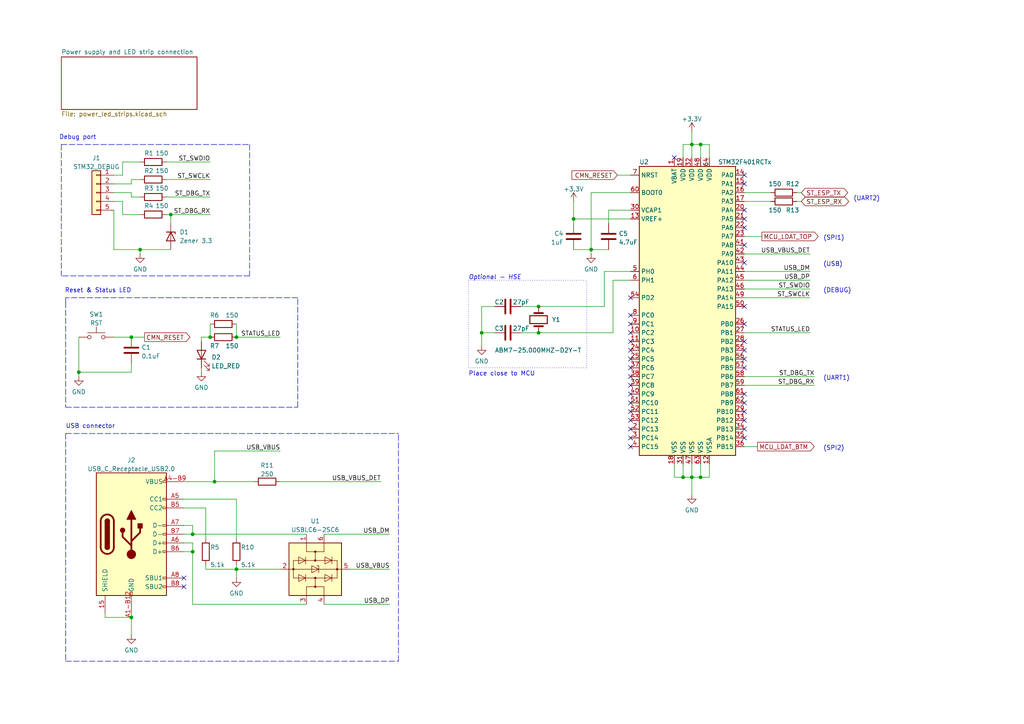
<source format=kicad_sch>
(kicad_sch (version 20211123) (generator eeschema)
  (paper "A4")
  (title_block (title "MegaLeaf Controller") (date "2022-08-24") (rev "1.2") (comment 4 "STM32 and USB port"))
  (lib_symbols
    (symbol "Connector:USB_C_Receptacle_USB2.0" (pin_names (offset 1.016))
      (property "Reference" "J2" (at 0 21.4798 0))
      (property "Value" "USB_C_Receptacle_USB2.0" (at 0 18.9429 0))
      (symbol "USB_C_Receptacle_USB2.0_0_0"
        (rectangle (start -0.254 -17.78) (end 0.254 -16.764))
        (rectangle (start 10.16 -14.986) (end 9.144 -15.494))
        (rectangle (start 10.16 -12.446) (end 9.144 -12.954))
        (rectangle (start 10.16 -4.826) (end 9.144 -5.334))
        (rectangle (start 10.16 -2.286) (end 9.144 -2.794))
        (rectangle (start 10.16 0.254) (end 9.144 -0.254))
        (rectangle (start 10.16 2.794) (end 9.144 2.286))
        (rectangle (start 10.16 7.874) (end 9.144 7.366))
        (rectangle (start 10.16 10.414) (end 9.144 9.906))
        (rectangle (start 10.16 15.494) (end 9.144 14.986))
      )
      (symbol "USB_C_Receptacle_USB2.0_0_1"
        (rectangle (start -10.16 17.78) (end 10.16 -17.78) (stroke (width 0.254)) (fill (type background)))
        (arc (start -8.89 -3.81) (mid -6.985 -5.715) (end -5.08 -3.81) (stroke (width 0.508)))
        (arc (start -7.62 -3.81) (mid -6.985 -4.445) (end -6.35 -3.81) (stroke (width 0.254)))
        (arc (start -7.62 -3.81) (mid -6.985 -4.445) (end -6.35 -3.81) (stroke (width 0.254)) (fill (type outline)))
        (rectangle (start -7.62 -3.81) (end -6.35 3.81) (stroke (width 0.254)) (fill (type outline)))
        (arc (start -6.35 3.81) (mid -6.985 4.445) (end -7.62 3.81) (stroke (width 0.254)))
        (arc (start -6.35 3.81) (mid -6.985 4.445) (end -7.62 3.81) (stroke (width 0.254)) (fill (type outline)))
        (arc (start -5.08 3.81) (mid -6.985 5.715) (end -8.89 3.81) (stroke (width 0.508)))
        (circle (center -2.54 1.143) (radius 0.635) (stroke (width 0.254)) (fill (type outline)))
        (circle (center 0 -5.842) (radius 1.27) (fill (type outline)))
        (polyline (pts (xy -8.89 -3.81) (xy -8.89 3.81)) (stroke (width 0.508)))
        (polyline (pts (xy -5.08 3.81) (xy -5.08 -3.81)) (stroke (width 0.508)))
        (polyline (pts (xy 0 -5.842) (xy 0 4.318)) (stroke (width 0.508)))
        (polyline (pts (xy 0 -3.302) (xy -2.54 -0.762) (xy -2.54 0.508)) (stroke (width 0.508)))
        (polyline (pts (xy 0 -2.032) (xy 2.54 0.508) (xy 2.54 1.778)) (stroke (width 0.508)))
        (polyline (pts (xy -1.27 4.318) (xy 0 6.858) (xy 1.27 4.318) (xy -1.27 4.318)) (stroke (width 0.254)) (fill (type outline)))
        (rectangle (start 1.905 1.778) (end 3.175 3.048) (stroke (width 0.254)) (fill (type outline)))
      )
      (symbol "USB_C_Receptacle_USB2.0_1_1"
        (pin passive line (at -7.62 -22.86 90) (length 5.08) (name "SHIELD") (number "15"))
        (pin passive line (at -7.62 -22.86 90) (length 5.08) hide (name "SHIELD") (number "16"))
        (pin passive line (at -7.62 -22.86 90) (length 5.08) hide (name "SHIELD") (number "17"))
        (pin passive line (at -7.62 -22.86 90) (length 5.08) hide (name "SHIELD") (number "18"))
        (pin passive line (at 0 -22.86 90) (length 5.08) (name "GND") (number "A1-B12"))
        (pin passive line (at 0 -22.86 90) (length 5.08) hide (name "GND") (number "A12-B1"))
        (pin passive line (at 15.24 15.24 180) (length 5.08) (name "VBUS") (number "A4-B9"))
        (pin bidirectional line (at 15.24 10.16 180) (length 5.08) (name "CC1") (number "A5"))
        (pin bidirectional line (at 15.24 -2.54 180) (length 5.08) (name "D+") (number "A6"))
        (pin bidirectional line (at 15.24 2.54 180) (length 5.08) (name "D-") (number "A7"))
        (pin bidirectional line (at 15.24 -12.7 180) (length 5.08) (name "SBU1") (number "A8"))
        (pin passive line (at 15.24 15.24 180) (length 5.08) hide (name "VBUS") (number "A9-B4"))
        (pin bidirectional line (at 15.24 7.62 180) (length 5.08) (name "CC2") (number "B5"))
        (pin bidirectional line (at 15.24 -5.08 180) (length 5.08) (name "D+") (number "B6"))
        (pin bidirectional line (at 15.24 0 180) (length 5.08) (name "D-") (number "B7"))
        (pin bidirectional line (at 15.24 -15.24 180) (length 5.08) (name "SBU2") (number "B8"))
      )
    )
    (symbol "Connector_Generic:Conn_01x05" (pin_names (offset 1.016) hide)
      (property "Reference" "J" (at 0 7.62 0))
      (property "Value" "Conn_01x05" (at 0 -7.62 0))
      (symbol "Conn_01x05_1_1"
        (rectangle (start -1.27 -4.953) (end 0 -5.207) (stroke (width 0.1524)))
        (rectangle (start -1.27 -2.413) (end 0 -2.667) (stroke (width 0.1524)))
        (rectangle (start -1.27 0.127) (end 0 -0.127) (stroke (width 0.1524)))
        (rectangle (start -1.27 2.667) (end 0 2.413) (stroke (width 0.1524)))
        (rectangle (start -1.27 5.207) (end 0 4.953) (stroke (width 0.1524)))
        (rectangle (start -1.27 6.35) (end 1.27 -6.35) (stroke (width 0.254)) (fill (type background)))
        (pin passive line (at -5.08 5.08 0) (length 3.81) (name "Pin_1") (number "1"))
        (pin passive line (at -5.08 2.54 0) (length 3.81) (name "Pin_2") (number "2"))
        (pin passive line (at -5.08 0 0) (length 3.81) (name "Pin_3") (number "3"))
        (pin passive line (at -5.08 -2.54 0) (length 3.81) (name "Pin_4") (number "4"))
        (pin passive line (at -5.08 -5.08 0) (length 3.81) (name "Pin_5") (number "5"))
      )
    )
    (symbol "Device:C" (pin_numbers hide) (pin_names (offset 0.254))
      (property "Reference" "C" (at 0.635 2.54 0))
      (property "Value" "C" (at 0.635 -2.54 0))
      (symbol "C_0_1"
        (polyline (pts (xy -2.032 -0.762) (xy 2.032 -0.762)) (stroke (width 0.508)))
        (polyline (pts (xy -2.032 0.762) (xy 2.032 0.762)) (stroke (width 0.508)))
      )
      (symbol "C_1_1"
        (pin passive line (at 0 3.81 270) (length 2.794) (name "~") (number "1"))
        (pin passive line (at 0 -3.81 90) (length 2.794) (name "~") (number "2"))
      )
    )
    (symbol "Device:Crystal" (pin_numbers hide) (pin_names (offset 1.016) hide)
      (property "Reference" "Y" (at 0 3.81 0))
      (property "Value" "Crystal" (at 0 -3.81 0))
      (symbol "Crystal_0_1"
        (rectangle (start -1.143 2.54) (end 1.143 -2.54) (stroke (width 0.3048)))
        (polyline (pts (xy -2.54 0) (xy -1.905 0)))
        (polyline (pts (xy -1.905 -1.27) (xy -1.905 1.27)) (stroke (width 0.508)))
        (polyline (pts (xy 1.905 -1.27) (xy 1.905 1.27)) (stroke (width 0.508)))
        (polyline (pts (xy 2.54 0) (xy 1.905 0)))
      )
      (symbol "Crystal_1_1"
        (pin passive line (at -3.81 0 0) (length 1.27) (name "1") (number "1"))
        (pin passive line (at 3.81 0 180) (length 1.27) (name "2") (number "2"))
      )
    )
    (symbol "Device:LED" (pin_numbers hide) (pin_names (offset 1.016) hide)
      (property "Reference" "D" (at 0 2.54 0))
      (property "Value" "LED" (at 0 -2.54 0))
      (symbol "LED_0_1"
        (polyline (pts (xy -1.27 -1.27) (xy -1.27 1.27)) (stroke (width 0.254)))
        (polyline (pts (xy -1.27 0) (xy 1.27 0)))
        (polyline (pts (xy 1.27 -1.27) (xy 1.27 1.27) (xy -1.27 0) (xy 1.27 -1.27)) (stroke (width 0.254)))
        (polyline (pts (xy -3.048 -0.762) (xy -4.572 -2.286) (xy -3.81 -2.286) (xy -4.572 -2.286) (xy -4.572 -1.524)))
        (polyline (pts (xy -1.778 -0.762) (xy -3.302 -2.286) (xy -2.54 -2.286) (xy -3.302 -2.286) (xy -3.302 -1.524)))
      )
      (symbol "LED_1_1"
        (pin passive line (at -3.81 0 0) (length 2.54) (name "K") (number "1"))
        (pin passive line (at 3.81 0 180) (length 2.54) (name "A") (number "2"))
      )
    )
    (symbol "Device:R" (pin_numbers hide) (pin_names (offset 0))
      (property "Reference" "R" (at 2.032 0 90))
      (property "Value" "R" (at 0 0 90))
      (symbol "R_0_1"
        (rectangle (start -1.016 -2.54) (end 1.016 2.54) (stroke (width 0.254)))
      )
      (symbol "R_1_1"
        (pin passive line (at 0 3.81 270) (length 1.27) (name "~") (number "1"))
        (pin passive line (at 0 -3.81 90) (length 1.27) (name "~") (number "2"))
      )
    )
    (symbol "Diode:DZ2S033X0L" (pin_numbers hide) (pin_names hide)
      (property "Reference" "D" (at 0 2.54 0))
      (property "Value" "DZ2S033X0L" (at 0 -2.54 0))
      (symbol "DZ2S033X0L_0_1"
        (polyline (pts (xy 1.27 0) (xy -1.27 0)))
        (polyline (pts (xy -1.27 -1.27) (xy -1.27 1.27) (xy -0.762 1.27)) (stroke (width 0.254)))
        (polyline (pts (xy 1.27 -1.27) (xy 1.27 1.27) (xy -1.27 0) (xy 1.27 -1.27)) (stroke (width 0.254)))
      )
      (symbol "DZ2S033X0L_1_1"
        (pin passive line (at -3.81 0 0) (length 2.54) (name "K") (number "1"))
        (pin passive line (at 3.81 0 180) (length 2.54) (name "A") (number "2"))
      )
    )
    (symbol "MCU_ST_STM32F4:STM32F401RCTx"
      (property "Reference" "U" (at -15.24 41.91 0))
      (property "Value" "STM32F401RCTx" (at 7.62 41.91 0))
      (symbol "STM32F401RCTx_0_1"
        (rectangle (start -15.24 -43.18) (end 12.7 40.64) (stroke (width 0.254)) (fill (type background)))
      )
      (symbol "STM32F401RCTx_1_1"
        (pin power_in line (at -5.08 43.18 270) (length 2.54) (name "VBAT") (number "1"))
        (pin bidirectional line (at -17.78 -7.62 0) (length 2.54) (name "PC2") (number "10"))
        (pin bidirectional line (at -17.78 -10.16 0) (length 2.54) (name "PC3") (number "11"))
        (pin power_in line (at 5.08 -45.72 90) (length 2.54) (name "VSSA") (number "12"))
        (pin power_in line (at -17.78 25.4 0) (length 2.54) (name "VREF+") (number "13"))
        (pin bidirectional line (at 15.24 38.1 180) (length 2.54) (name "PA0") (number "14"))
        (pin bidirectional line (at 15.24 35.56 180) (length 2.54) (name "PA1") (number "15"))
        (pin bidirectional line (at 15.24 33.02 180) (length 2.54) (name "PA2") (number "16"))
        (pin bidirectional line (at 15.24 30.48 180) (length 2.54) (name "PA3") (number "17"))
        (pin power_in line (at -5.08 -45.72 90) (length 2.54) (name "VSS") (number "18"))
        (pin power_in line (at -2.54 43.18 270) (length 2.54) (name "VDD") (number "19"))
        (pin bidirectional line (at -17.78 -35.56 0) (length 2.54) (name "PC13") (number "2"))
        (pin bidirectional line (at 15.24 27.94 180) (length 2.54) (name "PA4") (number "20"))
        (pin bidirectional line (at 15.24 25.4 180) (length 2.54) (name "PA5") (number "21"))
        (pin bidirectional line (at 15.24 22.86 180) (length 2.54) (name "PA6") (number "22"))
        (pin bidirectional line (at 15.24 20.32 180) (length 2.54) (name "PA7") (number "23"))
        (pin bidirectional line (at -17.78 -12.7 0) (length 2.54) (name "PC4") (number "24"))
        (pin bidirectional line (at -17.78 -15.24 0) (length 2.54) (name "PC5") (number "25"))
        (pin bidirectional line (at 15.24 -5.08 180) (length 2.54) (name "PB0") (number "26"))
        (pin bidirectional line (at 15.24 -7.62 180) (length 2.54) (name "PB1") (number "27"))
        (pin bidirectional line (at 15.24 -10.16 180) (length 2.54) (name "PB2") (number "28"))
        (pin bidirectional line (at 15.24 -30.48 180) (length 2.54) (name "PB10") (number "29"))
        (pin bidirectional line (at -17.78 -38.1 0) (length 2.54) (name "PC14") (number "3"))
        (pin power_in line (at -17.78 27.94 0) (length 2.54) (name "VCAP1") (number "30"))
        (pin power_in line (at -2.54 -45.72 90) (length 2.54) (name "VSS") (number "31"))
        (pin power_in line (at 0 43.18 270) (length 2.54) (name "VDD") (number "32"))
        (pin bidirectional line (at 15.24 -33.02 180) (length 2.54) (name "PB12") (number "33"))
        (pin bidirectional line (at 15.24 -35.56 180) (length 2.54) (name "PB13") (number "34"))
        (pin bidirectional line (at 15.24 -38.1 180) (length 2.54) (name "PB14") (number "35"))
        (pin bidirectional line (at 15.24 -40.64 180) (length 2.54) (name "PB15") (number "36"))
        (pin bidirectional line (at -17.78 -17.78 0) (length 2.54) (name "PC6") (number "37"))
        (pin bidirectional line (at -17.78 -20.32 0) (length 2.54) (name "PC7") (number "38"))
        (pin bidirectional line (at -17.78 -22.86 0) (length 2.54) (name "PC8") (number "39"))
        (pin bidirectional line (at -17.78 -40.64 0) (length 2.54) (name "PC15") (number "4"))
        (pin bidirectional line (at -17.78 -25.4 0) (length 2.54) (name "PC9") (number "40"))
        (pin bidirectional line (at 15.24 17.78 180) (length 2.54) (name "PA8") (number "41"))
        (pin bidirectional line (at 15.24 15.24 180) (length 2.54) (name "PA9") (number "42"))
        (pin bidirectional line (at 15.24 12.7 180) (length 2.54) (name "PA10") (number "43"))
        (pin bidirectional line (at 15.24 10.16 180) (length 2.54) (name "PA11") (number "44"))
        (pin bidirectional line (at 15.24 7.62 180) (length 2.54) (name "PA12") (number "45"))
        (pin bidirectional line (at 15.24 5.08 180) (length 2.54) (name "PA13") (number "46"))
        (pin power_in line (at 0 -45.72 90) (length 2.54) (name "VSS") (number "47"))
        (pin power_in line (at 2.54 43.18 270) (length 2.54) (name "VDD") (number "48"))
        (pin bidirectional line (at 15.24 2.54 180) (length 2.54) (name "PA14") (number "49"))
        (pin input line (at -17.78 10.16 0) (length 2.54) (name "PH0") (number "5"))
        (pin bidirectional line (at 15.24 0 180) (length 2.54) (name "PA15") (number "50"))
        (pin bidirectional line (at -17.78 -27.94 0) (length 2.54) (name "PC10") (number "51"))
        (pin bidirectional line (at -17.78 -30.48 0) (length 2.54) (name "PC11") (number "52"))
        (pin bidirectional line (at -17.78 -33.02 0) (length 2.54) (name "PC12") (number "53"))
        (pin bidirectional line (at -17.78 2.54 0) (length 2.54) (name "PD2") (number "54"))
        (pin bidirectional line (at 15.24 -12.7 180) (length 2.54) (name "PB3") (number "55"))
        (pin bidirectional line (at 15.24 -15.24 180) (length 2.54) (name "PB4") (number "56"))
        (pin bidirectional line (at 15.24 -17.78 180) (length 2.54) (name "PB5") (number "57"))
        (pin bidirectional line (at 15.24 -20.32 180) (length 2.54) (name "PB6") (number "58"))
        (pin bidirectional line (at 15.24 -22.86 180) (length 2.54) (name "PB7") (number "59"))
        (pin input line (at -17.78 7.62 0) (length 2.54) (name "PH1") (number "6"))
        (pin input line (at -17.78 33.02 0) (length 2.54) (name "BOOT0") (number "60"))
        (pin bidirectional line (at 15.24 -25.4 180) (length 2.54) (name "PB8") (number "61"))
        (pin bidirectional line (at 15.24 -27.94 180) (length 2.54) (name "PB9") (number "62"))
        (pin power_in line (at 2.54 -45.72 90) (length 2.54) (name "VSS") (number "63"))
        (pin power_in line (at 5.08 43.18 270) (length 2.54) (name "VDD") (number "64"))
        (pin input line (at -17.78 38.1 0) (length 2.54) (name "NRST") (number "7"))
        (pin bidirectional line (at -17.78 -2.54 0) (length 2.54) (name "PC0") (number "8"))
        (pin bidirectional line (at -17.78 -5.08 0) (length 2.54) (name "PC1") (number "9"))
      )
    )
    (symbol "Power_Protection:USBLC6-2SC6" (pin_names hide)
      (property "Reference" "U" (at 2.54 8.89 0))
      (property "Value" "USBLC6-2SC6" (at 2.54 -8.89 0))
      (symbol "USBLC6-2SC6_0_1"
        (rectangle (start -7.62 -7.62) (end 7.62 7.62) (stroke (width 0.254)) (fill (type background)))
        (circle (center -5.08 0) (radius 0.254) (fill (type outline)))
        (circle (center -2.54 0) (radius 0.254) (fill (type outline)))
        (rectangle (start -2.54 6.35) (end 2.54 -6.35))
        (circle (center 0 -6.35) (radius 0.254) (fill (type outline)))
        (polyline (pts (xy -5.08 -2.54) (xy -7.62 -2.54)))
        (polyline (pts (xy -5.08 0) (xy -5.08 -2.54)))
        (polyline (pts (xy -5.08 2.54) (xy -7.62 2.54)))
        (polyline (pts (xy -1.524 -2.794) (xy -3.556 -2.794)))
        (polyline (pts (xy -1.524 4.826) (xy -3.556 4.826)))
        (polyline (pts (xy 0 -7.62) (xy 0 -6.35)))
        (polyline (pts (xy 0 -6.35) (xy 0 1.27)))
        (polyline (pts (xy 0 1.27) (xy 0 6.35)))
        (polyline (pts (xy 0 6.35) (xy 0 7.62)))
        (polyline (pts (xy 1.524 -2.794) (xy 3.556 -2.794)))
        (polyline (pts (xy 1.524 4.826) (xy 3.556 4.826)))
        (polyline (pts (xy 5.08 -2.54) (xy 7.62 -2.54)))
        (polyline (pts (xy 5.08 0) (xy 5.08 -2.54)))
        (polyline (pts (xy 5.08 2.54) (xy 7.62 2.54)))
        (polyline (pts (xy -2.54 0) (xy -5.08 0) (xy -5.08 2.54)))
        (polyline (pts (xy 2.54 0) (xy 5.08 0) (xy 5.08 2.54)))
        (polyline (pts (xy -3.556 -4.826) (xy -1.524 -4.826) (xy -2.54 -2.794) (xy -3.556 -4.826)))
        (polyline (pts (xy -3.556 2.794) (xy -1.524 2.794) (xy -2.54 4.826) (xy -3.556 2.794)))
        (polyline (pts (xy -1.016 -1.016) (xy 1.016 -1.016) (xy 0 1.016) (xy -1.016 -1.016)))
        (polyline (pts (xy 1.016 1.016) (xy 0.762 1.016) (xy -1.016 1.016) (xy -1.016 0.508)))
        (polyline (pts (xy 3.556 -4.826) (xy 1.524 -4.826) (xy 2.54 -2.794) (xy 3.556 -4.826)))
        (polyline (pts (xy 3.556 2.794) (xy 1.524 2.794) (xy 2.54 4.826) (xy 3.556 2.794)))
        (circle (center 0 6.35) (radius 0.254) (fill (type outline)))
        (circle (center 2.54 0) (radius 0.254) (fill (type outline)))
        (circle (center 5.08 0) (radius 0.254) (fill (type outline)))
      )
      (symbol "USBLC6-2SC6_1_1"
        (pin passive line (at -10.16 -2.54 0) (length 2.54) (name "I/O1") (number "1"))
        (pin passive line (at 0 -10.16 90) (length 2.54) (name "GND") (number "2"))
        (pin passive line (at 10.16 -2.54 180) (length 2.54) (name "I/O2") (number "3"))
        (pin passive line (at 10.16 2.54 180) (length 2.54) (name "I/O2") (number "4"))
        (pin passive line (at 0 10.16 270) (length 2.54) (name "VBUS") (number "5"))
        (pin passive line (at -10.16 2.54 0) (length 2.54) (name "I/O1") (number "6"))
      )
    )
    (symbol "Switch:SW_Push" (pin_numbers hide) (pin_names (offset 1.016) hide)
      (property "Reference" "SW" (at 1.27 2.54 0))
      (property "Value" "SW_Push" (at 0 -1.524 0))
      (symbol "SW_Push_0_1"
        (circle (center -2.032 0) (radius 0.508))
        (polyline (pts (xy 0 1.27) (xy 0 3.048)))
        (polyline (pts (xy 2.54 1.27) (xy -2.54 1.27)))
        (circle (center 2.032 0) (radius 0.508))
        (pin passive line (at -5.08 0 0) (length 2.54) (name "1") (number "1"))
        (pin passive line (at 5.08 0 180) (length 2.54) (name "2") (number "2"))
      )
    )
    (symbol "power:+3.3V" (power) (pin_names (offset 0))
      (property "Value" "+3.3V" (at 0 3.556 0))
      (symbol "+3.3V_0_1"
        (polyline (pts (xy -0.762 1.27) (xy 0 2.54)))
        (polyline (pts (xy 0 0) (xy 0 2.54)))
        (polyline (pts (xy 0 2.54) (xy 0.762 1.27)))
      )
      (symbol "+3.3V_1_1"
        (pin power_in line (at 0 0 90) (length 0) hide (name "+3.3V") (number "1"))
      )
    )
    (symbol "power:GND" (power) (pin_names (offset 0))
      (property "Value" "GND" (at 0 -3.81 0))
      (symbol "GND_0_1"
        (polyline (pts (xy 0 0) (xy 0 -1.27) (xy 1.27 -1.27) (xy 0 -2.54) (xy -1.27 -1.27) (xy 0 -1.27)))
      )
      (symbol "GND_1_1"
        (pin power_in line (at 0 0 270) (length 0) hide (name "GND") (number "1"))
      )
    )
  )
  (junction (at 200.66 41.91))
  (junction (at 68.58 97.79))
  (junction (at 38.1 97.79))
  (junction (at 68.58 165.1))
  (junction (at 55.88 160.02))
  (junction (at 171.45 72.39))
  (junction (at 203.2 41.91))
  (junction (at 22.86 107.95))
  (junction (at 166.37 63.5))
  (junction (at 38.1 179.07))
  (junction (at 62.23 139.7))
  (junction (at 55.88 154.94))
  (junction (at 156.21 88.9))
  (junction (at 200.66 138.43))
  (junction (at 156.21 96.52))
  (junction (at 139.7 96.52))
  (junction (at 60.96 97.79))
  (junction (at 198.12 138.43))
  (junction (at 203.2 138.43))
  (junction (at 49.53 62.23))
  (junction (at 40.64 72.39))
  (no_connect (at 215.9 88.9))
  (no_connect (at 215.9 60.96))
  (no_connect (at 215.9 50.8))
  (no_connect (at 215.9 53.34))
  (no_connect (at 215.9 76.2))
  (no_connect (at 215.9 71.12))
  (no_connect (at 53.34 167.64))
  (no_connect (at 53.34 170.18))
  (no_connect (at 215.9 116.84))
  (no_connect (at 215.9 121.92))
  (no_connect (at 215.9 127))
  (no_connect (at 215.9 124.46))
  (no_connect (at 182.88 116.84))
  (no_connect (at 182.88 124.46))
  (no_connect (at 182.88 121.92))
  (no_connect (at 182.88 111.76))
  (no_connect (at 182.88 114.3))
  (no_connect (at 182.88 119.38))
  (no_connect (at 215.9 104.14))
  (no_connect (at 215.9 106.68))
  (no_connect (at 215.9 101.6))
  (no_connect (at 215.9 114.3))
  (no_connect (at 182.88 104.14))
  (no_connect (at 182.88 101.6))
  (no_connect (at 182.88 93.98))
  (no_connect (at 182.88 91.44))
  (no_connect (at 182.88 86.36))
  (no_connect (at 215.9 93.98))
  (no_connect (at 215.9 99.06))
  (no_connect (at 182.88 96.52))
  (no_connect (at 195.58 45.72))
  (no_connect (at 215.9 66.04))
  (no_connect (at 182.88 109.22))
  (no_connect (at 182.88 106.68))
  (no_connect (at 215.9 119.38))
  (no_connect (at 215.9 63.5))
  (no_connect (at 182.88 127))
  (no_connect (at 182.88 129.54))
  (no_connect (at 182.88 99.06))
  (wire (pts (xy 38.1 55.88) (xy 33.02 55.88)))
  (wire (pts (xy 38.1 105.41) (xy 38.1 107.95)))
  (wire (pts (xy 139.7 96.52) (xy 139.7 100.33)))
  (wire (pts (xy 58.42 106.68) (xy 58.42 107.95)))
  (polyline (pts (xy 135.89 81.28) (xy 135.89 106.68)) (stroke (width 0) (type dot)))
  (wire (pts (xy 62.23 130.81) (xy 81.28 130.81)))
  (wire (pts (xy 35.56 58.42) (xy 33.02 58.42)))
  (wire (pts (xy 93.98 154.94) (xy 113.03 154.94)))
  (polyline (pts (xy 115.57 191.77) (xy 115.57 125.73)))
  (wire (pts (xy 53.34 152.4) (xy 55.88 152.4)))
  (polyline (pts (xy 135.89 106.68) (xy 170.18 106.68)) (stroke (width 0) (type dot)))
  (polyline (pts (xy 135.89 81.28) (xy 170.18 81.28)) (stroke (width 0) (type dot)))
  (wire (pts (xy 215.9 129.54) (xy 219.71 129.54)))
  (wire (pts (xy 38.1 52.07) (xy 40.64 52.07)))
  (wire (pts (xy 200.66 138.43) (xy 200.66 143.51)))
  (wire (pts (xy 58.42 99.06) (xy 58.42 97.79)))
  (wire (pts (xy 200.66 41.91) (xy 200.66 38.1)))
  (wire (pts (xy 60.96 93.98) (xy 60.96 97.79)))
  (wire (pts (xy 38.1 53.34) (xy 38.1 52.07)))
  (wire (pts (xy 55.88 157.48) (xy 55.88 160.02)))
  (wire (pts (xy 30.48 179.07) (xy 38.1 179.07)))
  (wire (pts (xy 40.64 72.39) (xy 49.53 72.39)))
  (wire (pts (xy 215.9 68.58) (xy 220.98 68.58)))
  (wire (pts (xy 215.9 78.74) (xy 234.95 78.74)))
  (wire (pts (xy 101.6 165.1) (xy 113.03 165.1)))
  (wire (pts (xy 205.74 45.72) (xy 205.74 41.91)))
  (wire (pts (xy 38.1 177.8) (xy 38.1 179.07)))
  (wire (pts (xy 232.41 55.88) (xy 231.14 55.88)))
  (wire (pts (xy 215.9 73.66) (xy 234.95 73.66)))
  (wire (pts (xy 53.34 144.78) (xy 68.58 144.78)))
  (wire (pts (xy 22.86 97.79) (xy 22.86 107.95)))
  (polyline (pts (xy 86.36 118.11) (xy 86.36 86.36)))
  (wire (pts (xy 151.13 96.52) (xy 156.21 96.52)))
  (wire (pts (xy 171.45 55.88) (xy 171.45 72.39)))
  (wire (pts (xy 48.26 52.07) (xy 60.96 52.07)))
  (wire (pts (xy 33.02 72.39) (xy 40.64 72.39)))
  (wire (pts (xy 59.69 165.1) (xy 59.69 163.83)))
  (wire (pts (xy 182.88 60.96) (xy 176.53 60.96)))
  (wire (pts (xy 81.28 139.7) (xy 110.49 139.7)))
  (wire (pts (xy 182.88 55.88) (xy 171.45 55.88)))
  (wire (pts (xy 53.34 139.7) (xy 62.23 139.7)))
  (wire (pts (xy 38.1 107.95) (xy 22.86 107.95)))
  (wire (pts (xy 215.9 83.82) (xy 234.95 83.82)))
  (polyline (pts (xy 19.05 191.77) (xy 115.57 191.77)))
  (wire (pts (xy 156.21 96.52) (xy 177.8 96.52)))
  (wire (pts (xy 68.58 165.1) (xy 81.28 165.1)))
  (wire (pts (xy 33.02 53.34) (xy 38.1 53.34)))
  (wire (pts (xy 55.88 152.4) (xy 55.88 154.94)))
  (polyline (pts (xy 17.78 41.91) (xy 72.39 41.91)))
  (wire (pts (xy 38.1 57.15) (xy 38.1 55.88)))
  (wire (pts (xy 139.7 88.9) (xy 139.7 96.52)))
  (wire (pts (xy 62.23 139.7) (xy 73.66 139.7)))
  (wire (pts (xy 215.9 81.28) (xy 234.95 81.28)))
  (wire (pts (xy 200.66 41.91) (xy 200.66 45.72)))
  (wire (pts (xy 198.12 45.72) (xy 198.12 41.91)))
  (wire (pts (xy 33.02 97.79) (xy 38.1 97.79)))
  (wire (pts (xy 38.1 179.07) (xy 38.1 184.15)))
  (wire (pts (xy 177.8 81.28) (xy 182.88 81.28)))
  (wire (pts (xy 198.12 138.43) (xy 200.66 138.43)))
  (wire (pts (xy 48.26 62.23) (xy 49.53 62.23)))
  (wire (pts (xy 200.66 134.62) (xy 200.66 138.43)))
  (polyline (pts (xy 72.39 41.91) (xy 72.39 80.01)))
  (polyline (pts (xy 19.05 118.11) (xy 86.36 118.11)))
  (wire (pts (xy 139.7 96.52) (xy 143.51 96.52)))
  (wire (pts (xy 215.9 111.76) (xy 236.22 111.76)))
  (wire (pts (xy 203.2 41.91) (xy 203.2 45.72)))
  (wire (pts (xy 143.51 88.9) (xy 139.7 88.9)))
  (wire (pts (xy 215.9 58.42) (xy 223.52 58.42)))
  (wire (pts (xy 22.86 107.95) (xy 22.86 109.22)))
  (wire (pts (xy 55.88 154.94) (xy 88.9 154.94)))
  (wire (pts (xy 215.9 96.52) (xy 234.95 96.52)))
  (wire (pts (xy 35.56 62.23) (xy 40.64 62.23)))
  (wire (pts (xy 35.56 46.99) (xy 40.64 46.99)))
  (wire (pts (xy 35.56 62.23) (xy 35.56 58.42)))
  (wire (pts (xy 59.69 147.32) (xy 59.69 156.21)))
  (wire (pts (xy 215.9 109.22) (xy 236.22 109.22)))
  (wire (pts (xy 59.69 165.1) (xy 68.58 165.1)))
  (wire (pts (xy 35.56 50.8) (xy 35.56 46.99)))
  (polyline (pts (xy 86.36 86.36) (xy 19.05 86.36)))
  (wire (pts (xy 215.9 55.88) (xy 223.52 55.88)))
  (wire (pts (xy 203.2 138.43) (xy 200.66 138.43)))
  (wire (pts (xy 215.9 86.36) (xy 234.95 86.36)))
  (wire (pts (xy 58.42 97.79) (xy 60.96 97.79)))
  (wire (pts (xy 198.12 134.62) (xy 198.12 138.43)))
  (wire (pts (xy 203.2 134.62) (xy 203.2 138.43)))
  (wire (pts (xy 166.37 63.5) (xy 166.37 64.77)))
  (wire (pts (xy 38.1 97.79) (xy 41.91 97.79)))
  (polyline (pts (xy 19.05 86.36) (xy 19.05 87.63)))
  (wire (pts (xy 30.48 177.8) (xy 30.48 179.07)))
  (wire (pts (xy 53.34 157.48) (xy 55.88 157.48)))
  (polyline (pts (xy 72.39 80.01) (xy 17.78 80.01)))
  (wire (pts (xy 55.88 160.02) (xy 55.88 175.26)))
  (wire (pts (xy 205.74 138.43) (xy 203.2 138.43)))
  (polyline (pts (xy 19.05 87.63) (xy 19.05 118.11)))
  (wire (pts (xy 205.74 41.91) (xy 203.2 41.91)))
  (wire (pts (xy 68.58 144.78) (xy 68.58 156.21)))
  (wire (pts (xy 166.37 58.42) (xy 166.37 63.5)))
  (wire (pts (xy 203.2 41.91) (xy 200.66 41.91)))
  (wire (pts (xy 62.23 139.7) (xy 62.23 130.81)))
  (wire (pts (xy 33.02 60.96) (xy 33.02 72.39)))
  (wire (pts (xy 40.64 72.39) (xy 40.64 73.66)))
  (wire (pts (xy 53.34 160.02) (xy 55.88 160.02)))
  (wire (pts (xy 171.45 72.39) (xy 176.53 72.39)))
  (wire (pts (xy 68.58 165.1) (xy 68.58 167.64)))
  (wire (pts (xy 68.58 93.98) (xy 68.58 97.79)))
  (wire (pts (xy 49.53 62.23) (xy 49.53 64.77)))
  (wire (pts (xy 175.26 78.74) (xy 182.88 78.74)))
  (wire (pts (xy 175.26 88.9) (xy 175.26 78.74)))
  (wire (pts (xy 68.58 97.79) (xy 81.28 97.79)))
  (wire (pts (xy 151.13 88.9) (xy 156.21 88.9)))
  (wire (pts (xy 195.58 138.43) (xy 198.12 138.43)))
  (wire (pts (xy 177.8 96.52) (xy 177.8 81.28)))
  (wire (pts (xy 205.74 134.62) (xy 205.74 138.43)))
  (wire (pts (xy 156.21 88.9) (xy 175.26 88.9)))
  (wire (pts (xy 176.53 60.96) (xy 176.53 64.77)))
  (polyline (pts (xy 170.18 106.68) (xy 170.18 81.28)) (stroke (width 0) (type dot)))
  (wire (pts (xy 171.45 72.39) (xy 171.45 73.66)))
  (polyline (pts (xy 19.05 125.73) (xy 115.57 125.73)))
  (wire (pts (xy 232.41 58.42) (xy 231.14 58.42)))
  (wire (pts (xy 93.98 175.26) (xy 113.03 175.26)))
  (wire (pts (xy 48.26 57.15) (xy 60.96 57.15)))
  (wire (pts (xy 68.58 163.83) (xy 68.58 165.1)))
  (wire (pts (xy 38.1 57.15) (xy 40.64 57.15)))
  (wire (pts (xy 48.26 46.99) (xy 60.96 46.99)))
  (wire (pts (xy 33.02 50.8) (xy 35.56 50.8)))
  (wire (pts (xy 55.88 175.26) (xy 88.9 175.26)))
  (wire (pts (xy 166.37 63.5) (xy 182.88 63.5)))
  (wire (pts (xy 195.58 134.62) (xy 195.58 138.43)))
  (wire (pts (xy 166.37 72.39) (xy 171.45 72.39)))
  (wire (pts (xy 198.12 41.91) (xy 200.66 41.91)))
  (polyline (pts (xy 17.78 41.91) (xy 17.78 80.01)))
  (polyline (pts (xy 19.05 125.73) (xy 19.05 191.77)))
  (wire (pts (xy 53.34 147.32) (xy 59.69 147.32)))
  (wire (pts (xy 53.34 154.94) (xy 55.88 154.94)))
  (wire (pts (xy 49.53 62.23) (xy 60.96 62.23)))
  (wire (pts (xy 179.07 50.8) (xy 182.88 50.8)))
  (text "(UART2)" (at 255.27 58.42 180) (effects (font (size 1.27 1.27)) (justify right bottom)))
  (text "Optional - HSE" (at 135.89 81.28 0) (effects (font (size 1.27 1.27) italic) (justify left bottom)))
  (text "(SPI2)" (at 238.76 130.81 0) (effects (font (size 1.27 1.27)) (justify left bottom)))
  (text "Reset & Status LED" (at 38.1 85.09 180) (effects (font (size 1.27 1.27)) (justify right bottom)))
  (text "(UART1)" (at 238.76 110.49 0) (effects (font (size 1.27 1.27)) (justify left bottom)))
  (text "Debug port" (at 27.94 40.64 180) (effects (font (size 1.27 1.27)) (justify right bottom)))
  (text "(SPI1)" (at 238.76 69.85 0) (effects (font (size 1.27 1.27)) (justify left bottom)))
  (text "(USB)" (at 238.76 77.47 0) (effects (font (size 1.27 1.27)) (justify left bottom)))
  (text "(DEBUG)" (at 238.76 85.09 0) (effects (font (size 1.27 1.27)) (justify left bottom)))
  (text "Place close to MCU" (at 135.89 109.22 0) (effects (font (size 1.27 1.27)) (justify left bottom)))
  (text "USB connector" (at 19.05 124.46 0) (effects (font (size 1.27 1.27)) (justify left bottom)))
  (label "ST_DBG_RX" (at 236.22 111.76 180))
  (label "USB_VBUS_DET" (at 234.95 73.66 180))
  (label "STATUS_LED" (at 234.95 96.52 180))
  (label "ST_SWDIO" (at 234.95 83.82 180))
  (label "USB_DM" (at 113.03 154.94 180))
  (label "USB_VBUS" (at 113.03 165.1 180))
  (label "USB_DP" (at 234.95 81.28 180))
  (label "ST_SWDIO" (at 60.96 46.99 180))
  (label "ST_DBG_RX" (at 60.96 62.23 180))
  (label "USB_DP" (at 113.03 175.26 180))
  (label "ST_SWCLK" (at 234.95 86.36 180))
  (label "USB_VBUS" (at 81.28 130.81 180))
  (label "ST_DBG_TX" (at 60.96 57.15 180))
  (label "USB_VBUS_DET" (at 110.49 139.7 180))
  (label "STATUS_LED" (at 81.28 97.79 180))
  (label "ST_SWCLK" (at 60.96 52.07 180))
  (label "USB_DM" (at 234.95 78.74 180))
  (label "ST_DBG_TX" (at 236.22 109.22 180))
  (global_label "CMN_RESET" (shape input) (at 179.07 50.8 180) (property "Intersheet References" "${INTERSHEET_REFS}" (effects hide)))
  (global_label "ST_ESP_RX" (shape bidirectional) (at 232.41 58.42 0) (property "Intersheet References" "${INTERSHEET_REFS}" (effects hide)))
  (global_label "CMN_RESET" (shape output) (at 41.91 97.79 0) (property "Intersheet References" "${INTERSHEET_REFS}" (effects hide)))
  (global_label "ST_ESP_TX" (shape bidirectional) (at 232.41 55.88 0) (property "Intersheet References" "${INTERSHEET_REFS}" (effects hide)))
  (global_label "MCU_LDAT_TOP" (shape output) (at 220.98 68.58 0) (property "Intersheet References" "${INTERSHEET_REFS}" (effects hide)))
  (global_label "MCU_LDAT_BTM" (shape output) (at 219.71 129.54 0) (property "Intersheet References" "${INTERSHEET_REFS}" (effects hide)))
  (symbol (lib_id "Device:R") (at 227.33 58.42 270) (unit 1)
    (property "Reference" "R13" (at 229.87 60.96 90))
    (property "Value" "150" (at 224.79 60.96 90))
    (property "Footprint" "Resistor_SMD:R_0805_2012Metric_Pad1.20x1.40mm_HandSolder" (effects hide))
  )
  (symbol (lib_id "Device:R") (at 64.77 97.79 90) (unit 1)
    (property "Reference" "R7" (at 62.23 100.33 90))
    (property "Value" "150" (at 67.31 100.33 90))
    (property "Footprint" "Resistor_SMD:R_0805_2012Metric_Pad1.20x1.40mm_HandSolder" (effects hide))
  )
  (symbol (lib_id "power:GND") (at 40.64 73.66 0) (unit 1)
    (property "Reference" "#PWR03" (effects hide))
    (property "Value" "GND" (at 40.64 78.1034 0))
  )
  (symbol (lib_id "Device:R") (at 77.47 139.7 90) (unit 1)
    (property "Reference" "R11" (at 77.47 134.9842 90))
    (property "Value" "250" (at 77.47 137.5211 90))
    (property "Footprint" "Resistor_SMD:R_0805_2012Metric_Pad1.20x1.40mm_HandSolder" (effects hide))
  )
  (symbol (lib_id "Device:Crystal") (at 156.21 92.71 90) (unit 1)
    (property "Reference" "Y1" (at 160.02 92.71 90) (effects (justify right)))
    (property "Value" "ABM7-25.000MHZ-D2Y-T" (at 143.51 101.6 90) (effects (justify right)))
    (property "Footprint" "Crystal:Crystal_SMD_Abracon_ABM7-2Pin_6.0x3.5mm" (effects hide))
  )
  (symbol (lib_id "power:+3.3V") (at 200.66 38.1 0) (unit 1)
    (property "Reference" "#PWR09" (effects hide))
    (property "Value" "+3.3V" (at 200.66 34.5242 0))
  )
  (symbol (lib_id "power:GND") (at 22.86 109.22 0) (unit 1)
    (property "Reference" "#PWR01" (effects hide))
    (property "Value" "GND" (at 22.86 113.6634 0))
  )
  (symbol (lib_id "Device:R") (at 68.58 160.02 0) (unit 1)
    (property "Reference" "R10" (at 69.85 158.75 0) (effects (justify left)))
    (property "Value" "5.1k" (at 69.85 163.83 0) (effects (justify left)))
    (property "Footprint" "Resistor_SMD:R_0805_2012Metric_Pad1.20x1.40mm_HandSolder" (effects hide))
  )
  (symbol (lib_id "Switch:SW_Push") (at 27.94 97.79 0) (unit 1)
    (property "Reference" "SW1" (at 27.94 91.1692 0))
    (property "Value" "RST" (at 27.94 93.7061 0))
    (property "Footprint" "Button_Switch_SMD:SW_SPST_B3S-1000" (effects hide))
  )
  (symbol (lib_id "power:GND") (at 58.42 107.95 0) (unit 1)
    (property "Reference" "#PWR04" (effects hide))
    (property "Value" "GND" (at 58.42 112.3934 0))
  )
  (symbol (lib_id "Device:R") (at 44.45 57.15 90) (unit 1)
    (property "Reference" "R3" (at 43.18 54.61 90))
    (property "Value" "150" (at 46.99 54.61 90))
    (property "Footprint" "Resistor_SMD:R_0805_2012Metric_Pad1.20x1.40mm_HandSolder" (effects hide))
  )
  (symbol (lib_id "Device:LED") (at 58.42 102.87 90) (unit 1)
    (property "Reference" "D2" (at 61.341 103.6228 90) (effects (justify right)))
    (property "Value" "LED_RED" (at 61.341 106.1597 90) (effects (justify right)))
    (property "Footprint" "Diode_SMD:D_0805_2012Metric_Pad1.15x1.40mm_HandSolder" (effects hide))
  )
  (symbol (lib_id "power:GND") (at 68.58 167.64 0) (unit 1)
    (property "Reference" "#PWR05" (effects hide))
    (property "Value" "GND" (at 68.58 172.0834 0))
  )
  (symbol (lib_id "Diode:DZ2S033X0L") (at 49.53 68.58 270) (unit 1)
    (property "Reference" "D1" (at 52.07 67.31 90) (effects (justify left)))
    (property "Value" "Zener 3.3" (at 52.07 69.85 90) (effects (justify left)))
    (property "Footprint" "Package_TO_SOT_SMD:SOT-23_Handsoldering" (effects hide))
  )
  (symbol (lib_id "power:GND") (at 200.66 143.51 0) (unit 1)
    (property "Reference" "#PWR010" (effects hide))
    (property "Value" "GND" (at 200.66 147.9534 0))
  )
  (symbol (lib_id "Device:C") (at 166.37 68.58 0) (mirror x) (unit 1)
    (property "Reference" "C4" (at 163.4491 67.7453 0) (effects (justify right)))
    (property "Value" "1uF" (at 163.4491 70.2822 0) (effects (justify right)))
    (property "Footprint" "Capacitor_SMD:C_0805_2012Metric_Pad1.18x1.45mm_HandSolder" (effects hide))
  )
  (symbol (lib_id "Connector:USB_C_Receptacle_USB2.0") (at 38.1 154.94 0) (unit 1)
    (property "Reference" "J2" (at 38.1 133.4602 0))
    (property "Value" "USB_C_Receptacle_USB2.0" (at 38.1 135.9971 0))
    (property "Footprint" "Misc_Custom:USB4110-GF-A" (effects hide))
    (property "Datasheet" "https://www.usb.org/sites/default/files/documents/usb_type-c.zip" (effects hide))
  )
  (symbol (lib_id "Device:R") (at 44.45 52.07 90) (unit 1)
    (property "Reference" "R2" (at 43.18 49.53 90))
    (property "Value" "150" (at 46.99 49.53 90))
    (property "Footprint" "Resistor_SMD:R_0805_2012Metric_Pad1.20x1.40mm_HandSolder" (effects hide))
  )
  (symbol (lib_id "Device:R") (at 227.33 55.88 270) (unit 1)
    (property "Reference" "R12" (at 229.87 53.34 90))
    (property "Value" "150" (at 224.79 53.34 90))
    (property "Footprint" "Resistor_SMD:R_0805_2012Metric_Pad1.20x1.40mm_HandSolder" (effects hide))
  )
  (symbol (lib_id "Device:C") (at 38.1 101.6 0) (unit 1)
    (property "Reference" "C1" (at 41.021 100.7653 0) (effects (justify left)))
    (property "Value" "0.1uF" (at 41.021 103.3022 0) (effects (justify left)))
    (property "Footprint" "Capacitor_SMD:C_0805_2012Metric_Pad1.18x1.45mm_HandSolder" (effects hide))
  )
  (symbol (lib_id "power:GND") (at 139.7 100.33 0) (unit 1)
    (property "Reference" "#PWR06" (effects hide))
    (property "Value" "GND" (at 139.7 104.7734 0))
  )
  (symbol (lib_id "power:GND") (at 171.45 73.66 0) (unit 1)
    (property "Reference" "#PWR08" (effects hide))
    (property "Value" "GND" (at 171.45 78.1034 0))
  )
  (symbol (lib_id "Device:R") (at 64.77 93.98 90) (unit 1)
    (property "Reference" "R6" (at 62.23 91.44 90))
    (property "Value" "150" (at 67.31 91.44 90))
    (property "Footprint" "Resistor_SMD:R_0805_2012Metric_Pad1.20x1.40mm_HandSolder" (effects hide))
  )
  (symbol (lib_id "Connector_Generic:Conn_01x05") (at 27.94 55.88 0) (mirror y) (unit 1)
    (property "Reference" "J1" (at 27.94 45.8302 0))
    (property "Value" "STM32_DEBUG" (at 27.94 48.3671 0))
    (property "Footprint" "Connector_PinHeader_2.54mm:PinHeader_1x05_P2.54mm_Vertical_SMD_Pin1Left" (effects hide))
  )
  (symbol (lib_id "Device:C") (at 147.32 96.52 90) (unit 1)
    (property "Reference" "C3" (at 144.78 95.25 90))
    (property "Value" "27pF" (at 151.13 95.25 90))
    (property "Footprint" "Capacitor_SMD:C_0603_1608Metric_Pad1.08x0.95mm_HandSolder" (effects hide))
    (property "Datasheet" "0603N270G250CT" (effects hide))
  )
  (symbol (lib_id "Device:C") (at 176.53 68.58 0) (unit 1)
    (property "Reference" "C5" (at 179.451 67.7453 0) (effects (justify left)))
    (property "Value" "4.7uF" (at 179.451 70.2822 0) (effects (justify left)))
    (property "Footprint" "Capacitor_SMD:C_0805_2012Metric_Pad1.18x1.45mm_HandSolder" (effects hide))
  )
  (symbol (lib_id "Device:R") (at 44.45 46.99 90) (unit 1)
    (property "Reference" "R1" (at 43.18 44.45 90))
    (property "Value" "150" (at 46.99 44.45 90))
    (property "Footprint" "Resistor_SMD:R_0805_2012Metric_Pad1.20x1.40mm_HandSolder" (effects hide))
  )
  (symbol (lib_id "Device:C") (at 147.32 88.9 90) (unit 1)
    (property "Reference" "C2" (at 144.78 87.63 90))
    (property "Value" "27pF" (at 151.13 87.63 90))
    (property "Footprint" "Capacitor_SMD:C_0603_1608Metric_Pad1.08x0.95mm_HandSolder" (effects hide))
    (property "Datasheet" " 0603N270G250CT" (effects hide))
  )
  (symbol (lib_id "Device:R") (at 59.69 160.02 0) (unit 1)
    (property "Reference" "R5" (at 60.96 158.75 0) (effects (justify left)))
    (property "Value" "5.1k" (at 60.96 163.83 0) (effects (justify left)))
    (property "Footprint" "Resistor_SMD:R_0805_2012Metric_Pad1.20x1.40mm_HandSolder" (effects hide))
  )
  (symbol (lib_id "power:GND") (at 38.1 184.15 0) (unit 1)
    (property "Reference" "#PWR02" (effects hide))
    (property "Value" "GND" (at 38.1 188.5934 0))
  )
  (symbol (lib_id "MCU_ST_STM32F4:STM32F401RCTx") (at 200.66 88.9 0) (unit 1)
    (property "Reference" "U2" (at 185.42 46.99 0) (effects (justify left)))
    (property "Value" "STM32F401RCTx" (at 208.28 46.99 0) (effects (justify left)))
    (property "Footprint" "Package_QFP:LQFP-64_10x10mm_P0.5mm" (effects hide))
    (property "Datasheet" "http://www.st.com/st-web-ui/static/active/en/resource/technical/document/datasheet/DM00086815.pdf" (effects hide))
    (property "Shop" "https://pl.farnell.com/stmicroelectronics/stm32f401rct6/mcu-32bit-cortex-m4-84mhz-lqfp/dp/2393644" (effects hide))
  )
  (symbol (lib_id "Device:R") (at 44.45 62.23 90) (unit 1)
    (property "Reference" "R4" (at 43.18 59.69 90))
    (property "Value" "150" (at 46.99 59.69 90))
    (property "Footprint" "Resistor_SMD:R_0805_2012Metric_Pad1.20x1.40mm_HandSolder" (effects hide))
  )
  (symbol (lib_id "power:+3.3V") (at 166.37 58.42 0) (unit 1)
    (property "Reference" "#PWR07" (effects hide))
    (property "Value" "+3.3V" (at 166.37 54.8442 0))
  )
  (symbol (lib_id "Power_Protection:USBLC6-2SC6") (at 91.44 165.1 270) (unit 1)
    (property "Reference" "U1" (at 91.44 151.13 90))
    (property "Value" "USBLC6-2SC6" (at 91.44 153.6669 90))
    (property "Footprint" "Package_TO_SOT_SMD:SOT-23-6" (effects hide))
    (property "Datasheet" "https://www.st.com/resource/en/datasheet/usblc6-2.pdf" (effects hide))
  )
  (sheet (at 17.78 16.51) (size 39.37 15.24) (stroke (width 0.1524))
    (property "Sheet name" "Power supply and LED strip connection" (at 17.78 15.7984 0) (effects (justify left bottom)))
    (property "Sheet file" "power_led_strips.kicad_sch" (at 17.78 32.3346 0) (effects (justify left top)))
  )
)
</source>
